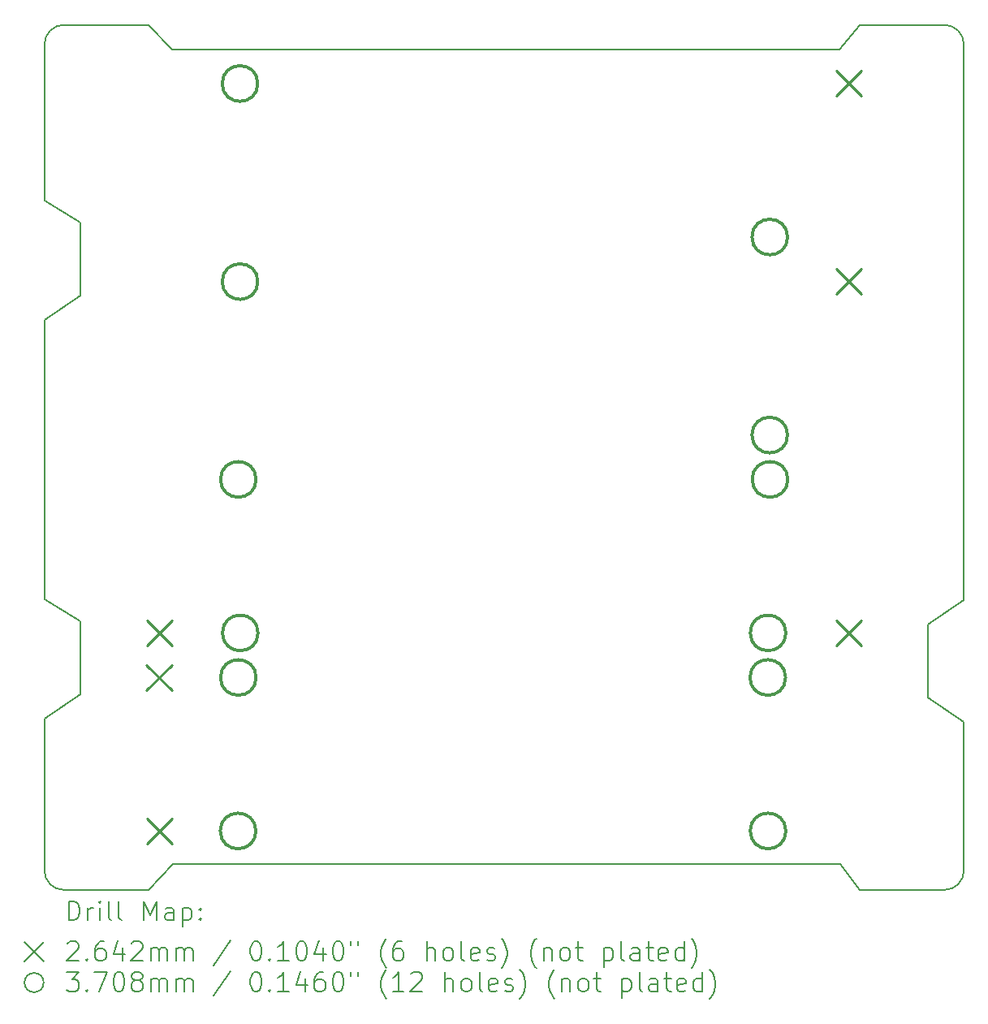
<source format=gbr>
%TF.GenerationSoftware,KiCad,Pcbnew,8.0.8*%
%TF.CreationDate,2025-03-15T16:49:19-07:00*%
%TF.ProjectId,batteryboard,62617474-6572-4796-926f-6172642e6b69,v2C*%
%TF.SameCoordinates,Original*%
%TF.FileFunction,Drillmap*%
%TF.FilePolarity,Positive*%
%FSLAX45Y45*%
G04 Gerber Fmt 4.5, Leading zero omitted, Abs format (unit mm)*
G04 Created by KiCad (PCBNEW 8.0.8) date 2025-03-15 16:49:19*
%MOMM*%
%LPD*%
G01*
G04 APERTURE LIST*
%ADD10C,0.150000*%
%ADD11C,0.200000*%
%ADD12C,0.264160*%
%ADD13C,0.370840*%
G04 APERTURE END LIST*
D10*
X5520030Y-14397990D02*
G75*
G02*
X5320030Y-14197990I0J200000D01*
G01*
X14908530Y-14197990D02*
G75*
G02*
X14708530Y-14397990I-200000J0D01*
G01*
X14708530Y-5380990D02*
G75*
G02*
X14908530Y-5580990I0J-200000D01*
G01*
X5320030Y-5580990D02*
G75*
G02*
X5520030Y-5380990I200000J0D01*
G01*
X5520030Y-14397990D02*
X6403950Y-14397990D01*
X14909800Y-11379200D02*
X14908530Y-5580990D01*
X13616570Y-14131870D02*
X6656970Y-14131870D01*
X6403950Y-14397990D02*
X6656970Y-14131870D01*
X14708530Y-14397990D02*
X13824610Y-14397990D01*
X6654800Y-5638800D02*
X6409690Y-5380990D01*
X13614400Y-5638800D02*
X6654800Y-5638800D01*
X13614400Y-5638800D02*
X13818870Y-5380990D01*
X14708530Y-5380990D02*
X13818870Y-5380990D01*
X6409690Y-5380990D02*
X5520030Y-5380990D01*
X5320030Y-7213600D02*
X5320030Y-5580990D01*
X14908530Y-14197990D02*
X14909800Y-12649200D01*
X14530970Y-12395200D02*
X14909800Y-12649200D01*
X5691210Y-11596890D02*
X5319470Y-11368290D01*
X14530970Y-11633200D02*
X14530970Y-12395200D01*
X5320030Y-8458200D02*
X5691770Y-8204200D01*
X5691210Y-12358890D02*
X5691210Y-11596890D01*
X13824610Y-14397990D02*
X13616570Y-14131870D01*
X5320030Y-14197990D02*
X5319470Y-12612890D01*
X5691770Y-7442200D02*
X5320030Y-7213600D01*
X5691770Y-8204200D02*
X5691770Y-7442200D01*
X14909800Y-11379200D02*
X14530970Y-11633200D01*
X5319470Y-12612890D02*
X5691210Y-12358890D01*
X5319470Y-11368290D02*
X5320030Y-8458200D01*
D11*
D12*
X6384290Y-12052300D02*
X6648450Y-12316460D01*
X6648450Y-12052300D02*
X6384290Y-12316460D01*
X6386830Y-11587480D02*
X6650990Y-11851640D01*
X6650990Y-11587480D02*
X6386830Y-11851640D01*
X6386830Y-13652500D02*
X6650990Y-13916660D01*
X6650990Y-13652500D02*
X6386830Y-13916660D01*
X13575030Y-5859780D02*
X13839190Y-6123940D01*
X13839190Y-5859780D02*
X13575030Y-6123940D01*
X13575030Y-7924800D02*
X13839190Y-8188960D01*
X13839190Y-7924800D02*
X13575030Y-8188960D01*
X13577570Y-11587480D02*
X13841730Y-11851640D01*
X13841730Y-11587480D02*
X13577570Y-11851640D01*
D13*
X7524750Y-13784580D02*
G75*
G02*
X7153910Y-13784580I-185420J0D01*
G01*
X7153910Y-13784580D02*
G75*
G02*
X7524750Y-13784580I185420J0D01*
G01*
X7527290Y-10119360D02*
G75*
G02*
X7156450Y-10119360I-185420J0D01*
G01*
X7156450Y-10119360D02*
G75*
G02*
X7527290Y-10119360I185420J0D01*
G01*
X7527290Y-12184380D02*
G75*
G02*
X7156450Y-12184380I-185420J0D01*
G01*
X7156450Y-12184380D02*
G75*
G02*
X7527290Y-12184380I185420J0D01*
G01*
X7545070Y-5991860D02*
G75*
G02*
X7174230Y-5991860I-185420J0D01*
G01*
X7174230Y-5991860D02*
G75*
G02*
X7545070Y-5991860I185420J0D01*
G01*
X7545070Y-8056880D02*
G75*
G02*
X7174230Y-8056880I-185420J0D01*
G01*
X7174230Y-8056880D02*
G75*
G02*
X7545070Y-8056880I185420J0D01*
G01*
X7547610Y-11719560D02*
G75*
G02*
X7176770Y-11719560I-185420J0D01*
G01*
X7176770Y-11719560D02*
G75*
G02*
X7547610Y-11719560I185420J0D01*
G01*
X13049250Y-12184380D02*
G75*
G02*
X12678410Y-12184380I-185420J0D01*
G01*
X12678410Y-12184380D02*
G75*
G02*
X13049250Y-12184380I185420J0D01*
G01*
X13051790Y-11719560D02*
G75*
G02*
X12680950Y-11719560I-185420J0D01*
G01*
X12680950Y-11719560D02*
G75*
G02*
X13051790Y-11719560I185420J0D01*
G01*
X13051790Y-13784580D02*
G75*
G02*
X12680950Y-13784580I-185420J0D01*
G01*
X12680950Y-13784580D02*
G75*
G02*
X13051790Y-13784580I185420J0D01*
G01*
X13069570Y-7592060D02*
G75*
G02*
X12698730Y-7592060I-185420J0D01*
G01*
X12698730Y-7592060D02*
G75*
G02*
X13069570Y-7592060I185420J0D01*
G01*
X13069570Y-9657080D02*
G75*
G02*
X12698730Y-9657080I-185420J0D01*
G01*
X12698730Y-9657080D02*
G75*
G02*
X13069570Y-9657080I185420J0D01*
G01*
X13072110Y-10119360D02*
G75*
G02*
X12701270Y-10119360I-185420J0D01*
G01*
X12701270Y-10119360D02*
G75*
G02*
X13072110Y-10119360I185420J0D01*
G01*
D11*
X5572747Y-14716974D02*
X5572747Y-14516974D01*
X5572747Y-14516974D02*
X5620366Y-14516974D01*
X5620366Y-14516974D02*
X5648937Y-14526498D01*
X5648937Y-14526498D02*
X5667985Y-14545545D01*
X5667985Y-14545545D02*
X5677509Y-14564593D01*
X5677509Y-14564593D02*
X5687032Y-14602688D01*
X5687032Y-14602688D02*
X5687032Y-14631259D01*
X5687032Y-14631259D02*
X5677509Y-14669355D01*
X5677509Y-14669355D02*
X5667985Y-14688402D01*
X5667985Y-14688402D02*
X5648937Y-14707450D01*
X5648937Y-14707450D02*
X5620366Y-14716974D01*
X5620366Y-14716974D02*
X5572747Y-14716974D01*
X5772747Y-14716974D02*
X5772747Y-14583640D01*
X5772747Y-14621736D02*
X5782271Y-14602688D01*
X5782271Y-14602688D02*
X5791794Y-14593164D01*
X5791794Y-14593164D02*
X5810842Y-14583640D01*
X5810842Y-14583640D02*
X5829890Y-14583640D01*
X5896556Y-14716974D02*
X5896556Y-14583640D01*
X5896556Y-14516974D02*
X5887032Y-14526498D01*
X5887032Y-14526498D02*
X5896556Y-14536021D01*
X5896556Y-14536021D02*
X5906080Y-14526498D01*
X5906080Y-14526498D02*
X5896556Y-14516974D01*
X5896556Y-14516974D02*
X5896556Y-14536021D01*
X6020366Y-14716974D02*
X6001318Y-14707450D01*
X6001318Y-14707450D02*
X5991794Y-14688402D01*
X5991794Y-14688402D02*
X5991794Y-14516974D01*
X6125128Y-14716974D02*
X6106080Y-14707450D01*
X6106080Y-14707450D02*
X6096556Y-14688402D01*
X6096556Y-14688402D02*
X6096556Y-14516974D01*
X6353699Y-14716974D02*
X6353699Y-14516974D01*
X6353699Y-14516974D02*
X6420366Y-14659831D01*
X6420366Y-14659831D02*
X6487032Y-14516974D01*
X6487032Y-14516974D02*
X6487032Y-14716974D01*
X6667985Y-14716974D02*
X6667985Y-14612212D01*
X6667985Y-14612212D02*
X6658461Y-14593164D01*
X6658461Y-14593164D02*
X6639413Y-14583640D01*
X6639413Y-14583640D02*
X6601318Y-14583640D01*
X6601318Y-14583640D02*
X6582271Y-14593164D01*
X6667985Y-14707450D02*
X6648937Y-14716974D01*
X6648937Y-14716974D02*
X6601318Y-14716974D01*
X6601318Y-14716974D02*
X6582271Y-14707450D01*
X6582271Y-14707450D02*
X6572747Y-14688402D01*
X6572747Y-14688402D02*
X6572747Y-14669355D01*
X6572747Y-14669355D02*
X6582271Y-14650307D01*
X6582271Y-14650307D02*
X6601318Y-14640783D01*
X6601318Y-14640783D02*
X6648937Y-14640783D01*
X6648937Y-14640783D02*
X6667985Y-14631259D01*
X6763223Y-14583640D02*
X6763223Y-14783640D01*
X6763223Y-14593164D02*
X6782271Y-14583640D01*
X6782271Y-14583640D02*
X6820366Y-14583640D01*
X6820366Y-14583640D02*
X6839413Y-14593164D01*
X6839413Y-14593164D02*
X6848937Y-14602688D01*
X6848937Y-14602688D02*
X6858461Y-14621736D01*
X6858461Y-14621736D02*
X6858461Y-14678878D01*
X6858461Y-14678878D02*
X6848937Y-14697926D01*
X6848937Y-14697926D02*
X6839413Y-14707450D01*
X6839413Y-14707450D02*
X6820366Y-14716974D01*
X6820366Y-14716974D02*
X6782271Y-14716974D01*
X6782271Y-14716974D02*
X6763223Y-14707450D01*
X6944175Y-14697926D02*
X6953699Y-14707450D01*
X6953699Y-14707450D02*
X6944175Y-14716974D01*
X6944175Y-14716974D02*
X6934652Y-14707450D01*
X6934652Y-14707450D02*
X6944175Y-14697926D01*
X6944175Y-14697926D02*
X6944175Y-14716974D01*
X6944175Y-14593164D02*
X6953699Y-14602688D01*
X6953699Y-14602688D02*
X6944175Y-14612212D01*
X6944175Y-14612212D02*
X6934652Y-14602688D01*
X6934652Y-14602688D02*
X6944175Y-14593164D01*
X6944175Y-14593164D02*
X6944175Y-14612212D01*
X5111970Y-14945490D02*
X5311970Y-15145490D01*
X5311970Y-14945490D02*
X5111970Y-15145490D01*
X5563223Y-14956021D02*
X5572747Y-14946498D01*
X5572747Y-14946498D02*
X5591794Y-14936974D01*
X5591794Y-14936974D02*
X5639413Y-14936974D01*
X5639413Y-14936974D02*
X5658461Y-14946498D01*
X5658461Y-14946498D02*
X5667985Y-14956021D01*
X5667985Y-14956021D02*
X5677509Y-14975069D01*
X5677509Y-14975069D02*
X5677509Y-14994117D01*
X5677509Y-14994117D02*
X5667985Y-15022688D01*
X5667985Y-15022688D02*
X5553699Y-15136974D01*
X5553699Y-15136974D02*
X5677509Y-15136974D01*
X5763223Y-15117926D02*
X5772747Y-15127450D01*
X5772747Y-15127450D02*
X5763223Y-15136974D01*
X5763223Y-15136974D02*
X5753699Y-15127450D01*
X5753699Y-15127450D02*
X5763223Y-15117926D01*
X5763223Y-15117926D02*
X5763223Y-15136974D01*
X5944175Y-14936974D02*
X5906080Y-14936974D01*
X5906080Y-14936974D02*
X5887032Y-14946498D01*
X5887032Y-14946498D02*
X5877509Y-14956021D01*
X5877509Y-14956021D02*
X5858461Y-14984593D01*
X5858461Y-14984593D02*
X5848937Y-15022688D01*
X5848937Y-15022688D02*
X5848937Y-15098878D01*
X5848937Y-15098878D02*
X5858461Y-15117926D01*
X5858461Y-15117926D02*
X5867985Y-15127450D01*
X5867985Y-15127450D02*
X5887032Y-15136974D01*
X5887032Y-15136974D02*
X5925128Y-15136974D01*
X5925128Y-15136974D02*
X5944175Y-15127450D01*
X5944175Y-15127450D02*
X5953699Y-15117926D01*
X5953699Y-15117926D02*
X5963223Y-15098878D01*
X5963223Y-15098878D02*
X5963223Y-15051259D01*
X5963223Y-15051259D02*
X5953699Y-15032212D01*
X5953699Y-15032212D02*
X5944175Y-15022688D01*
X5944175Y-15022688D02*
X5925128Y-15013164D01*
X5925128Y-15013164D02*
X5887032Y-15013164D01*
X5887032Y-15013164D02*
X5867985Y-15022688D01*
X5867985Y-15022688D02*
X5858461Y-15032212D01*
X5858461Y-15032212D02*
X5848937Y-15051259D01*
X6134652Y-15003640D02*
X6134652Y-15136974D01*
X6087032Y-14927450D02*
X6039413Y-15070307D01*
X6039413Y-15070307D02*
X6163223Y-15070307D01*
X6229890Y-14956021D02*
X6239413Y-14946498D01*
X6239413Y-14946498D02*
X6258461Y-14936974D01*
X6258461Y-14936974D02*
X6306080Y-14936974D01*
X6306080Y-14936974D02*
X6325128Y-14946498D01*
X6325128Y-14946498D02*
X6334652Y-14956021D01*
X6334652Y-14956021D02*
X6344175Y-14975069D01*
X6344175Y-14975069D02*
X6344175Y-14994117D01*
X6344175Y-14994117D02*
X6334652Y-15022688D01*
X6334652Y-15022688D02*
X6220366Y-15136974D01*
X6220366Y-15136974D02*
X6344175Y-15136974D01*
X6429890Y-15136974D02*
X6429890Y-15003640D01*
X6429890Y-15022688D02*
X6439413Y-15013164D01*
X6439413Y-15013164D02*
X6458461Y-15003640D01*
X6458461Y-15003640D02*
X6487033Y-15003640D01*
X6487033Y-15003640D02*
X6506080Y-15013164D01*
X6506080Y-15013164D02*
X6515604Y-15032212D01*
X6515604Y-15032212D02*
X6515604Y-15136974D01*
X6515604Y-15032212D02*
X6525128Y-15013164D01*
X6525128Y-15013164D02*
X6544175Y-15003640D01*
X6544175Y-15003640D02*
X6572747Y-15003640D01*
X6572747Y-15003640D02*
X6591794Y-15013164D01*
X6591794Y-15013164D02*
X6601318Y-15032212D01*
X6601318Y-15032212D02*
X6601318Y-15136974D01*
X6696556Y-15136974D02*
X6696556Y-15003640D01*
X6696556Y-15022688D02*
X6706080Y-15013164D01*
X6706080Y-15013164D02*
X6725128Y-15003640D01*
X6725128Y-15003640D02*
X6753699Y-15003640D01*
X6753699Y-15003640D02*
X6772747Y-15013164D01*
X6772747Y-15013164D02*
X6782271Y-15032212D01*
X6782271Y-15032212D02*
X6782271Y-15136974D01*
X6782271Y-15032212D02*
X6791794Y-15013164D01*
X6791794Y-15013164D02*
X6810842Y-15003640D01*
X6810842Y-15003640D02*
X6839413Y-15003640D01*
X6839413Y-15003640D02*
X6858461Y-15013164D01*
X6858461Y-15013164D02*
X6867985Y-15032212D01*
X6867985Y-15032212D02*
X6867985Y-15136974D01*
X7258461Y-14927450D02*
X7087033Y-15184593D01*
X7515604Y-14936974D02*
X7534652Y-14936974D01*
X7534652Y-14936974D02*
X7553699Y-14946498D01*
X7553699Y-14946498D02*
X7563223Y-14956021D01*
X7563223Y-14956021D02*
X7572747Y-14975069D01*
X7572747Y-14975069D02*
X7582271Y-15013164D01*
X7582271Y-15013164D02*
X7582271Y-15060783D01*
X7582271Y-15060783D02*
X7572747Y-15098878D01*
X7572747Y-15098878D02*
X7563223Y-15117926D01*
X7563223Y-15117926D02*
X7553699Y-15127450D01*
X7553699Y-15127450D02*
X7534652Y-15136974D01*
X7534652Y-15136974D02*
X7515604Y-15136974D01*
X7515604Y-15136974D02*
X7496556Y-15127450D01*
X7496556Y-15127450D02*
X7487033Y-15117926D01*
X7487033Y-15117926D02*
X7477509Y-15098878D01*
X7477509Y-15098878D02*
X7467985Y-15060783D01*
X7467985Y-15060783D02*
X7467985Y-15013164D01*
X7467985Y-15013164D02*
X7477509Y-14975069D01*
X7477509Y-14975069D02*
X7487033Y-14956021D01*
X7487033Y-14956021D02*
X7496556Y-14946498D01*
X7496556Y-14946498D02*
X7515604Y-14936974D01*
X7667985Y-15117926D02*
X7677509Y-15127450D01*
X7677509Y-15127450D02*
X7667985Y-15136974D01*
X7667985Y-15136974D02*
X7658461Y-15127450D01*
X7658461Y-15127450D02*
X7667985Y-15117926D01*
X7667985Y-15117926D02*
X7667985Y-15136974D01*
X7867985Y-15136974D02*
X7753699Y-15136974D01*
X7810842Y-15136974D02*
X7810842Y-14936974D01*
X7810842Y-14936974D02*
X7791795Y-14965545D01*
X7791795Y-14965545D02*
X7772747Y-14984593D01*
X7772747Y-14984593D02*
X7753699Y-14994117D01*
X7991795Y-14936974D02*
X8010842Y-14936974D01*
X8010842Y-14936974D02*
X8029890Y-14946498D01*
X8029890Y-14946498D02*
X8039414Y-14956021D01*
X8039414Y-14956021D02*
X8048937Y-14975069D01*
X8048937Y-14975069D02*
X8058461Y-15013164D01*
X8058461Y-15013164D02*
X8058461Y-15060783D01*
X8058461Y-15060783D02*
X8048937Y-15098878D01*
X8048937Y-15098878D02*
X8039414Y-15117926D01*
X8039414Y-15117926D02*
X8029890Y-15127450D01*
X8029890Y-15127450D02*
X8010842Y-15136974D01*
X8010842Y-15136974D02*
X7991795Y-15136974D01*
X7991795Y-15136974D02*
X7972747Y-15127450D01*
X7972747Y-15127450D02*
X7963223Y-15117926D01*
X7963223Y-15117926D02*
X7953699Y-15098878D01*
X7953699Y-15098878D02*
X7944176Y-15060783D01*
X7944176Y-15060783D02*
X7944176Y-15013164D01*
X7944176Y-15013164D02*
X7953699Y-14975069D01*
X7953699Y-14975069D02*
X7963223Y-14956021D01*
X7963223Y-14956021D02*
X7972747Y-14946498D01*
X7972747Y-14946498D02*
X7991795Y-14936974D01*
X8229890Y-15003640D02*
X8229890Y-15136974D01*
X8182271Y-14927450D02*
X8134652Y-15070307D01*
X8134652Y-15070307D02*
X8258461Y-15070307D01*
X8372747Y-14936974D02*
X8391795Y-14936974D01*
X8391795Y-14936974D02*
X8410842Y-14946498D01*
X8410842Y-14946498D02*
X8420366Y-14956021D01*
X8420366Y-14956021D02*
X8429890Y-14975069D01*
X8429890Y-14975069D02*
X8439414Y-15013164D01*
X8439414Y-15013164D02*
X8439414Y-15060783D01*
X8439414Y-15060783D02*
X8429890Y-15098878D01*
X8429890Y-15098878D02*
X8420366Y-15117926D01*
X8420366Y-15117926D02*
X8410842Y-15127450D01*
X8410842Y-15127450D02*
X8391795Y-15136974D01*
X8391795Y-15136974D02*
X8372747Y-15136974D01*
X8372747Y-15136974D02*
X8353699Y-15127450D01*
X8353699Y-15127450D02*
X8344176Y-15117926D01*
X8344176Y-15117926D02*
X8334652Y-15098878D01*
X8334652Y-15098878D02*
X8325128Y-15060783D01*
X8325128Y-15060783D02*
X8325128Y-15013164D01*
X8325128Y-15013164D02*
X8334652Y-14975069D01*
X8334652Y-14975069D02*
X8344176Y-14956021D01*
X8344176Y-14956021D02*
X8353699Y-14946498D01*
X8353699Y-14946498D02*
X8372747Y-14936974D01*
X8515604Y-14936974D02*
X8515604Y-14975069D01*
X8591795Y-14936974D02*
X8591795Y-14975069D01*
X8887033Y-15213164D02*
X8877509Y-15203640D01*
X8877509Y-15203640D02*
X8858461Y-15175069D01*
X8858461Y-15175069D02*
X8848938Y-15156021D01*
X8848938Y-15156021D02*
X8839414Y-15127450D01*
X8839414Y-15127450D02*
X8829890Y-15079831D01*
X8829890Y-15079831D02*
X8829890Y-15041736D01*
X8829890Y-15041736D02*
X8839414Y-14994117D01*
X8839414Y-14994117D02*
X8848938Y-14965545D01*
X8848938Y-14965545D02*
X8858461Y-14946498D01*
X8858461Y-14946498D02*
X8877509Y-14917926D01*
X8877509Y-14917926D02*
X8887033Y-14908402D01*
X9048938Y-14936974D02*
X9010842Y-14936974D01*
X9010842Y-14936974D02*
X8991795Y-14946498D01*
X8991795Y-14946498D02*
X8982271Y-14956021D01*
X8982271Y-14956021D02*
X8963223Y-14984593D01*
X8963223Y-14984593D02*
X8953700Y-15022688D01*
X8953700Y-15022688D02*
X8953700Y-15098878D01*
X8953700Y-15098878D02*
X8963223Y-15117926D01*
X8963223Y-15117926D02*
X8972747Y-15127450D01*
X8972747Y-15127450D02*
X8991795Y-15136974D01*
X8991795Y-15136974D02*
X9029890Y-15136974D01*
X9029890Y-15136974D02*
X9048938Y-15127450D01*
X9048938Y-15127450D02*
X9058461Y-15117926D01*
X9058461Y-15117926D02*
X9067985Y-15098878D01*
X9067985Y-15098878D02*
X9067985Y-15051259D01*
X9067985Y-15051259D02*
X9058461Y-15032212D01*
X9058461Y-15032212D02*
X9048938Y-15022688D01*
X9048938Y-15022688D02*
X9029890Y-15013164D01*
X9029890Y-15013164D02*
X8991795Y-15013164D01*
X8991795Y-15013164D02*
X8972747Y-15022688D01*
X8972747Y-15022688D02*
X8963223Y-15032212D01*
X8963223Y-15032212D02*
X8953700Y-15051259D01*
X9306081Y-15136974D02*
X9306081Y-14936974D01*
X9391795Y-15136974D02*
X9391795Y-15032212D01*
X9391795Y-15032212D02*
X9382271Y-15013164D01*
X9382271Y-15013164D02*
X9363223Y-15003640D01*
X9363223Y-15003640D02*
X9334652Y-15003640D01*
X9334652Y-15003640D02*
X9315604Y-15013164D01*
X9315604Y-15013164D02*
X9306081Y-15022688D01*
X9515604Y-15136974D02*
X9496557Y-15127450D01*
X9496557Y-15127450D02*
X9487033Y-15117926D01*
X9487033Y-15117926D02*
X9477509Y-15098878D01*
X9477509Y-15098878D02*
X9477509Y-15041736D01*
X9477509Y-15041736D02*
X9487033Y-15022688D01*
X9487033Y-15022688D02*
X9496557Y-15013164D01*
X9496557Y-15013164D02*
X9515604Y-15003640D01*
X9515604Y-15003640D02*
X9544176Y-15003640D01*
X9544176Y-15003640D02*
X9563223Y-15013164D01*
X9563223Y-15013164D02*
X9572747Y-15022688D01*
X9572747Y-15022688D02*
X9582271Y-15041736D01*
X9582271Y-15041736D02*
X9582271Y-15098878D01*
X9582271Y-15098878D02*
X9572747Y-15117926D01*
X9572747Y-15117926D02*
X9563223Y-15127450D01*
X9563223Y-15127450D02*
X9544176Y-15136974D01*
X9544176Y-15136974D02*
X9515604Y-15136974D01*
X9696557Y-15136974D02*
X9677509Y-15127450D01*
X9677509Y-15127450D02*
X9667985Y-15108402D01*
X9667985Y-15108402D02*
X9667985Y-14936974D01*
X9848938Y-15127450D02*
X9829890Y-15136974D01*
X9829890Y-15136974D02*
X9791795Y-15136974D01*
X9791795Y-15136974D02*
X9772747Y-15127450D01*
X9772747Y-15127450D02*
X9763223Y-15108402D01*
X9763223Y-15108402D02*
X9763223Y-15032212D01*
X9763223Y-15032212D02*
X9772747Y-15013164D01*
X9772747Y-15013164D02*
X9791795Y-15003640D01*
X9791795Y-15003640D02*
X9829890Y-15003640D01*
X9829890Y-15003640D02*
X9848938Y-15013164D01*
X9848938Y-15013164D02*
X9858462Y-15032212D01*
X9858462Y-15032212D02*
X9858462Y-15051259D01*
X9858462Y-15051259D02*
X9763223Y-15070307D01*
X9934652Y-15127450D02*
X9953700Y-15136974D01*
X9953700Y-15136974D02*
X9991795Y-15136974D01*
X9991795Y-15136974D02*
X10010843Y-15127450D01*
X10010843Y-15127450D02*
X10020366Y-15108402D01*
X10020366Y-15108402D02*
X10020366Y-15098878D01*
X10020366Y-15098878D02*
X10010843Y-15079831D01*
X10010843Y-15079831D02*
X9991795Y-15070307D01*
X9991795Y-15070307D02*
X9963223Y-15070307D01*
X9963223Y-15070307D02*
X9944176Y-15060783D01*
X9944176Y-15060783D02*
X9934652Y-15041736D01*
X9934652Y-15041736D02*
X9934652Y-15032212D01*
X9934652Y-15032212D02*
X9944176Y-15013164D01*
X9944176Y-15013164D02*
X9963223Y-15003640D01*
X9963223Y-15003640D02*
X9991795Y-15003640D01*
X9991795Y-15003640D02*
X10010843Y-15013164D01*
X10087033Y-15213164D02*
X10096557Y-15203640D01*
X10096557Y-15203640D02*
X10115604Y-15175069D01*
X10115604Y-15175069D02*
X10125128Y-15156021D01*
X10125128Y-15156021D02*
X10134652Y-15127450D01*
X10134652Y-15127450D02*
X10144176Y-15079831D01*
X10144176Y-15079831D02*
X10144176Y-15041736D01*
X10144176Y-15041736D02*
X10134652Y-14994117D01*
X10134652Y-14994117D02*
X10125128Y-14965545D01*
X10125128Y-14965545D02*
X10115604Y-14946498D01*
X10115604Y-14946498D02*
X10096557Y-14917926D01*
X10096557Y-14917926D02*
X10087033Y-14908402D01*
X10448938Y-15213164D02*
X10439414Y-15203640D01*
X10439414Y-15203640D02*
X10420366Y-15175069D01*
X10420366Y-15175069D02*
X10410843Y-15156021D01*
X10410843Y-15156021D02*
X10401319Y-15127450D01*
X10401319Y-15127450D02*
X10391795Y-15079831D01*
X10391795Y-15079831D02*
X10391795Y-15041736D01*
X10391795Y-15041736D02*
X10401319Y-14994117D01*
X10401319Y-14994117D02*
X10410843Y-14965545D01*
X10410843Y-14965545D02*
X10420366Y-14946498D01*
X10420366Y-14946498D02*
X10439414Y-14917926D01*
X10439414Y-14917926D02*
X10448938Y-14908402D01*
X10525128Y-15003640D02*
X10525128Y-15136974D01*
X10525128Y-15022688D02*
X10534652Y-15013164D01*
X10534652Y-15013164D02*
X10553700Y-15003640D01*
X10553700Y-15003640D02*
X10582271Y-15003640D01*
X10582271Y-15003640D02*
X10601319Y-15013164D01*
X10601319Y-15013164D02*
X10610843Y-15032212D01*
X10610843Y-15032212D02*
X10610843Y-15136974D01*
X10734652Y-15136974D02*
X10715604Y-15127450D01*
X10715604Y-15127450D02*
X10706081Y-15117926D01*
X10706081Y-15117926D02*
X10696557Y-15098878D01*
X10696557Y-15098878D02*
X10696557Y-15041736D01*
X10696557Y-15041736D02*
X10706081Y-15022688D01*
X10706081Y-15022688D02*
X10715604Y-15013164D01*
X10715604Y-15013164D02*
X10734652Y-15003640D01*
X10734652Y-15003640D02*
X10763224Y-15003640D01*
X10763224Y-15003640D02*
X10782271Y-15013164D01*
X10782271Y-15013164D02*
X10791795Y-15022688D01*
X10791795Y-15022688D02*
X10801319Y-15041736D01*
X10801319Y-15041736D02*
X10801319Y-15098878D01*
X10801319Y-15098878D02*
X10791795Y-15117926D01*
X10791795Y-15117926D02*
X10782271Y-15127450D01*
X10782271Y-15127450D02*
X10763224Y-15136974D01*
X10763224Y-15136974D02*
X10734652Y-15136974D01*
X10858462Y-15003640D02*
X10934652Y-15003640D01*
X10887033Y-14936974D02*
X10887033Y-15108402D01*
X10887033Y-15108402D02*
X10896557Y-15127450D01*
X10896557Y-15127450D02*
X10915604Y-15136974D01*
X10915604Y-15136974D02*
X10934652Y-15136974D01*
X11153700Y-15003640D02*
X11153700Y-15203640D01*
X11153700Y-15013164D02*
X11172747Y-15003640D01*
X11172747Y-15003640D02*
X11210843Y-15003640D01*
X11210843Y-15003640D02*
X11229890Y-15013164D01*
X11229890Y-15013164D02*
X11239414Y-15022688D01*
X11239414Y-15022688D02*
X11248938Y-15041736D01*
X11248938Y-15041736D02*
X11248938Y-15098878D01*
X11248938Y-15098878D02*
X11239414Y-15117926D01*
X11239414Y-15117926D02*
X11229890Y-15127450D01*
X11229890Y-15127450D02*
X11210843Y-15136974D01*
X11210843Y-15136974D02*
X11172747Y-15136974D01*
X11172747Y-15136974D02*
X11153700Y-15127450D01*
X11363223Y-15136974D02*
X11344176Y-15127450D01*
X11344176Y-15127450D02*
X11334652Y-15108402D01*
X11334652Y-15108402D02*
X11334652Y-14936974D01*
X11525128Y-15136974D02*
X11525128Y-15032212D01*
X11525128Y-15032212D02*
X11515604Y-15013164D01*
X11515604Y-15013164D02*
X11496557Y-15003640D01*
X11496557Y-15003640D02*
X11458462Y-15003640D01*
X11458462Y-15003640D02*
X11439414Y-15013164D01*
X11525128Y-15127450D02*
X11506081Y-15136974D01*
X11506081Y-15136974D02*
X11458462Y-15136974D01*
X11458462Y-15136974D02*
X11439414Y-15127450D01*
X11439414Y-15127450D02*
X11429890Y-15108402D01*
X11429890Y-15108402D02*
X11429890Y-15089355D01*
X11429890Y-15089355D02*
X11439414Y-15070307D01*
X11439414Y-15070307D02*
X11458462Y-15060783D01*
X11458462Y-15060783D02*
X11506081Y-15060783D01*
X11506081Y-15060783D02*
X11525128Y-15051259D01*
X11591795Y-15003640D02*
X11667985Y-15003640D01*
X11620366Y-14936974D02*
X11620366Y-15108402D01*
X11620366Y-15108402D02*
X11629890Y-15127450D01*
X11629890Y-15127450D02*
X11648938Y-15136974D01*
X11648938Y-15136974D02*
X11667985Y-15136974D01*
X11810843Y-15127450D02*
X11791795Y-15136974D01*
X11791795Y-15136974D02*
X11753700Y-15136974D01*
X11753700Y-15136974D02*
X11734652Y-15127450D01*
X11734652Y-15127450D02*
X11725128Y-15108402D01*
X11725128Y-15108402D02*
X11725128Y-15032212D01*
X11725128Y-15032212D02*
X11734652Y-15013164D01*
X11734652Y-15013164D02*
X11753700Y-15003640D01*
X11753700Y-15003640D02*
X11791795Y-15003640D01*
X11791795Y-15003640D02*
X11810843Y-15013164D01*
X11810843Y-15013164D02*
X11820366Y-15032212D01*
X11820366Y-15032212D02*
X11820366Y-15051259D01*
X11820366Y-15051259D02*
X11725128Y-15070307D01*
X11991795Y-15136974D02*
X11991795Y-14936974D01*
X11991795Y-15127450D02*
X11972747Y-15136974D01*
X11972747Y-15136974D02*
X11934652Y-15136974D01*
X11934652Y-15136974D02*
X11915604Y-15127450D01*
X11915604Y-15127450D02*
X11906081Y-15117926D01*
X11906081Y-15117926D02*
X11896557Y-15098878D01*
X11896557Y-15098878D02*
X11896557Y-15041736D01*
X11896557Y-15041736D02*
X11906081Y-15022688D01*
X11906081Y-15022688D02*
X11915604Y-15013164D01*
X11915604Y-15013164D02*
X11934652Y-15003640D01*
X11934652Y-15003640D02*
X11972747Y-15003640D01*
X11972747Y-15003640D02*
X11991795Y-15013164D01*
X12067985Y-15213164D02*
X12077509Y-15203640D01*
X12077509Y-15203640D02*
X12096557Y-15175069D01*
X12096557Y-15175069D02*
X12106081Y-15156021D01*
X12106081Y-15156021D02*
X12115604Y-15127450D01*
X12115604Y-15127450D02*
X12125128Y-15079831D01*
X12125128Y-15079831D02*
X12125128Y-15041736D01*
X12125128Y-15041736D02*
X12115604Y-14994117D01*
X12115604Y-14994117D02*
X12106081Y-14965545D01*
X12106081Y-14965545D02*
X12096557Y-14946498D01*
X12096557Y-14946498D02*
X12077509Y-14917926D01*
X12077509Y-14917926D02*
X12067985Y-14908402D01*
X5311970Y-15365490D02*
G75*
G02*
X5111970Y-15365490I-100000J0D01*
G01*
X5111970Y-15365490D02*
G75*
G02*
X5311970Y-15365490I100000J0D01*
G01*
X5553699Y-15256974D02*
X5677509Y-15256974D01*
X5677509Y-15256974D02*
X5610842Y-15333164D01*
X5610842Y-15333164D02*
X5639413Y-15333164D01*
X5639413Y-15333164D02*
X5658461Y-15342688D01*
X5658461Y-15342688D02*
X5667985Y-15352212D01*
X5667985Y-15352212D02*
X5677509Y-15371259D01*
X5677509Y-15371259D02*
X5677509Y-15418878D01*
X5677509Y-15418878D02*
X5667985Y-15437926D01*
X5667985Y-15437926D02*
X5658461Y-15447450D01*
X5658461Y-15447450D02*
X5639413Y-15456974D01*
X5639413Y-15456974D02*
X5582271Y-15456974D01*
X5582271Y-15456974D02*
X5563223Y-15447450D01*
X5563223Y-15447450D02*
X5553699Y-15437926D01*
X5763223Y-15437926D02*
X5772747Y-15447450D01*
X5772747Y-15447450D02*
X5763223Y-15456974D01*
X5763223Y-15456974D02*
X5753699Y-15447450D01*
X5753699Y-15447450D02*
X5763223Y-15437926D01*
X5763223Y-15437926D02*
X5763223Y-15456974D01*
X5839413Y-15256974D02*
X5972747Y-15256974D01*
X5972747Y-15256974D02*
X5887032Y-15456974D01*
X6087032Y-15256974D02*
X6106080Y-15256974D01*
X6106080Y-15256974D02*
X6125128Y-15266498D01*
X6125128Y-15266498D02*
X6134652Y-15276021D01*
X6134652Y-15276021D02*
X6144175Y-15295069D01*
X6144175Y-15295069D02*
X6153699Y-15333164D01*
X6153699Y-15333164D02*
X6153699Y-15380783D01*
X6153699Y-15380783D02*
X6144175Y-15418878D01*
X6144175Y-15418878D02*
X6134652Y-15437926D01*
X6134652Y-15437926D02*
X6125128Y-15447450D01*
X6125128Y-15447450D02*
X6106080Y-15456974D01*
X6106080Y-15456974D02*
X6087032Y-15456974D01*
X6087032Y-15456974D02*
X6067985Y-15447450D01*
X6067985Y-15447450D02*
X6058461Y-15437926D01*
X6058461Y-15437926D02*
X6048937Y-15418878D01*
X6048937Y-15418878D02*
X6039413Y-15380783D01*
X6039413Y-15380783D02*
X6039413Y-15333164D01*
X6039413Y-15333164D02*
X6048937Y-15295069D01*
X6048937Y-15295069D02*
X6058461Y-15276021D01*
X6058461Y-15276021D02*
X6067985Y-15266498D01*
X6067985Y-15266498D02*
X6087032Y-15256974D01*
X6267985Y-15342688D02*
X6248937Y-15333164D01*
X6248937Y-15333164D02*
X6239413Y-15323640D01*
X6239413Y-15323640D02*
X6229890Y-15304593D01*
X6229890Y-15304593D02*
X6229890Y-15295069D01*
X6229890Y-15295069D02*
X6239413Y-15276021D01*
X6239413Y-15276021D02*
X6248937Y-15266498D01*
X6248937Y-15266498D02*
X6267985Y-15256974D01*
X6267985Y-15256974D02*
X6306080Y-15256974D01*
X6306080Y-15256974D02*
X6325128Y-15266498D01*
X6325128Y-15266498D02*
X6334652Y-15276021D01*
X6334652Y-15276021D02*
X6344175Y-15295069D01*
X6344175Y-15295069D02*
X6344175Y-15304593D01*
X6344175Y-15304593D02*
X6334652Y-15323640D01*
X6334652Y-15323640D02*
X6325128Y-15333164D01*
X6325128Y-15333164D02*
X6306080Y-15342688D01*
X6306080Y-15342688D02*
X6267985Y-15342688D01*
X6267985Y-15342688D02*
X6248937Y-15352212D01*
X6248937Y-15352212D02*
X6239413Y-15361736D01*
X6239413Y-15361736D02*
X6229890Y-15380783D01*
X6229890Y-15380783D02*
X6229890Y-15418878D01*
X6229890Y-15418878D02*
X6239413Y-15437926D01*
X6239413Y-15437926D02*
X6248937Y-15447450D01*
X6248937Y-15447450D02*
X6267985Y-15456974D01*
X6267985Y-15456974D02*
X6306080Y-15456974D01*
X6306080Y-15456974D02*
X6325128Y-15447450D01*
X6325128Y-15447450D02*
X6334652Y-15437926D01*
X6334652Y-15437926D02*
X6344175Y-15418878D01*
X6344175Y-15418878D02*
X6344175Y-15380783D01*
X6344175Y-15380783D02*
X6334652Y-15361736D01*
X6334652Y-15361736D02*
X6325128Y-15352212D01*
X6325128Y-15352212D02*
X6306080Y-15342688D01*
X6429890Y-15456974D02*
X6429890Y-15323640D01*
X6429890Y-15342688D02*
X6439413Y-15333164D01*
X6439413Y-15333164D02*
X6458461Y-15323640D01*
X6458461Y-15323640D02*
X6487033Y-15323640D01*
X6487033Y-15323640D02*
X6506080Y-15333164D01*
X6506080Y-15333164D02*
X6515604Y-15352212D01*
X6515604Y-15352212D02*
X6515604Y-15456974D01*
X6515604Y-15352212D02*
X6525128Y-15333164D01*
X6525128Y-15333164D02*
X6544175Y-15323640D01*
X6544175Y-15323640D02*
X6572747Y-15323640D01*
X6572747Y-15323640D02*
X6591794Y-15333164D01*
X6591794Y-15333164D02*
X6601318Y-15352212D01*
X6601318Y-15352212D02*
X6601318Y-15456974D01*
X6696556Y-15456974D02*
X6696556Y-15323640D01*
X6696556Y-15342688D02*
X6706080Y-15333164D01*
X6706080Y-15333164D02*
X6725128Y-15323640D01*
X6725128Y-15323640D02*
X6753699Y-15323640D01*
X6753699Y-15323640D02*
X6772747Y-15333164D01*
X6772747Y-15333164D02*
X6782271Y-15352212D01*
X6782271Y-15352212D02*
X6782271Y-15456974D01*
X6782271Y-15352212D02*
X6791794Y-15333164D01*
X6791794Y-15333164D02*
X6810842Y-15323640D01*
X6810842Y-15323640D02*
X6839413Y-15323640D01*
X6839413Y-15323640D02*
X6858461Y-15333164D01*
X6858461Y-15333164D02*
X6867985Y-15352212D01*
X6867985Y-15352212D02*
X6867985Y-15456974D01*
X7258461Y-15247450D02*
X7087033Y-15504593D01*
X7515604Y-15256974D02*
X7534652Y-15256974D01*
X7534652Y-15256974D02*
X7553699Y-15266498D01*
X7553699Y-15266498D02*
X7563223Y-15276021D01*
X7563223Y-15276021D02*
X7572747Y-15295069D01*
X7572747Y-15295069D02*
X7582271Y-15333164D01*
X7582271Y-15333164D02*
X7582271Y-15380783D01*
X7582271Y-15380783D02*
X7572747Y-15418878D01*
X7572747Y-15418878D02*
X7563223Y-15437926D01*
X7563223Y-15437926D02*
X7553699Y-15447450D01*
X7553699Y-15447450D02*
X7534652Y-15456974D01*
X7534652Y-15456974D02*
X7515604Y-15456974D01*
X7515604Y-15456974D02*
X7496556Y-15447450D01*
X7496556Y-15447450D02*
X7487033Y-15437926D01*
X7487033Y-15437926D02*
X7477509Y-15418878D01*
X7477509Y-15418878D02*
X7467985Y-15380783D01*
X7467985Y-15380783D02*
X7467985Y-15333164D01*
X7467985Y-15333164D02*
X7477509Y-15295069D01*
X7477509Y-15295069D02*
X7487033Y-15276021D01*
X7487033Y-15276021D02*
X7496556Y-15266498D01*
X7496556Y-15266498D02*
X7515604Y-15256974D01*
X7667985Y-15437926D02*
X7677509Y-15447450D01*
X7677509Y-15447450D02*
X7667985Y-15456974D01*
X7667985Y-15456974D02*
X7658461Y-15447450D01*
X7658461Y-15447450D02*
X7667985Y-15437926D01*
X7667985Y-15437926D02*
X7667985Y-15456974D01*
X7867985Y-15456974D02*
X7753699Y-15456974D01*
X7810842Y-15456974D02*
X7810842Y-15256974D01*
X7810842Y-15256974D02*
X7791795Y-15285545D01*
X7791795Y-15285545D02*
X7772747Y-15304593D01*
X7772747Y-15304593D02*
X7753699Y-15314117D01*
X8039414Y-15323640D02*
X8039414Y-15456974D01*
X7991795Y-15247450D02*
X7944176Y-15390307D01*
X7944176Y-15390307D02*
X8067985Y-15390307D01*
X8229890Y-15256974D02*
X8191795Y-15256974D01*
X8191795Y-15256974D02*
X8172747Y-15266498D01*
X8172747Y-15266498D02*
X8163223Y-15276021D01*
X8163223Y-15276021D02*
X8144176Y-15304593D01*
X8144176Y-15304593D02*
X8134652Y-15342688D01*
X8134652Y-15342688D02*
X8134652Y-15418878D01*
X8134652Y-15418878D02*
X8144176Y-15437926D01*
X8144176Y-15437926D02*
X8153699Y-15447450D01*
X8153699Y-15447450D02*
X8172747Y-15456974D01*
X8172747Y-15456974D02*
X8210842Y-15456974D01*
X8210842Y-15456974D02*
X8229890Y-15447450D01*
X8229890Y-15447450D02*
X8239414Y-15437926D01*
X8239414Y-15437926D02*
X8248937Y-15418878D01*
X8248937Y-15418878D02*
X8248937Y-15371259D01*
X8248937Y-15371259D02*
X8239414Y-15352212D01*
X8239414Y-15352212D02*
X8229890Y-15342688D01*
X8229890Y-15342688D02*
X8210842Y-15333164D01*
X8210842Y-15333164D02*
X8172747Y-15333164D01*
X8172747Y-15333164D02*
X8153699Y-15342688D01*
X8153699Y-15342688D02*
X8144176Y-15352212D01*
X8144176Y-15352212D02*
X8134652Y-15371259D01*
X8372747Y-15256974D02*
X8391795Y-15256974D01*
X8391795Y-15256974D02*
X8410842Y-15266498D01*
X8410842Y-15266498D02*
X8420366Y-15276021D01*
X8420366Y-15276021D02*
X8429890Y-15295069D01*
X8429890Y-15295069D02*
X8439414Y-15333164D01*
X8439414Y-15333164D02*
X8439414Y-15380783D01*
X8439414Y-15380783D02*
X8429890Y-15418878D01*
X8429890Y-15418878D02*
X8420366Y-15437926D01*
X8420366Y-15437926D02*
X8410842Y-15447450D01*
X8410842Y-15447450D02*
X8391795Y-15456974D01*
X8391795Y-15456974D02*
X8372747Y-15456974D01*
X8372747Y-15456974D02*
X8353699Y-15447450D01*
X8353699Y-15447450D02*
X8344176Y-15437926D01*
X8344176Y-15437926D02*
X8334652Y-15418878D01*
X8334652Y-15418878D02*
X8325128Y-15380783D01*
X8325128Y-15380783D02*
X8325128Y-15333164D01*
X8325128Y-15333164D02*
X8334652Y-15295069D01*
X8334652Y-15295069D02*
X8344176Y-15276021D01*
X8344176Y-15276021D02*
X8353699Y-15266498D01*
X8353699Y-15266498D02*
X8372747Y-15256974D01*
X8515604Y-15256974D02*
X8515604Y-15295069D01*
X8591795Y-15256974D02*
X8591795Y-15295069D01*
X8887033Y-15533164D02*
X8877509Y-15523640D01*
X8877509Y-15523640D02*
X8858461Y-15495069D01*
X8858461Y-15495069D02*
X8848938Y-15476021D01*
X8848938Y-15476021D02*
X8839414Y-15447450D01*
X8839414Y-15447450D02*
X8829890Y-15399831D01*
X8829890Y-15399831D02*
X8829890Y-15361736D01*
X8829890Y-15361736D02*
X8839414Y-15314117D01*
X8839414Y-15314117D02*
X8848938Y-15285545D01*
X8848938Y-15285545D02*
X8858461Y-15266498D01*
X8858461Y-15266498D02*
X8877509Y-15237926D01*
X8877509Y-15237926D02*
X8887033Y-15228402D01*
X9067985Y-15456974D02*
X8953700Y-15456974D01*
X9010842Y-15456974D02*
X9010842Y-15256974D01*
X9010842Y-15256974D02*
X8991795Y-15285545D01*
X8991795Y-15285545D02*
X8972747Y-15304593D01*
X8972747Y-15304593D02*
X8953700Y-15314117D01*
X9144176Y-15276021D02*
X9153700Y-15266498D01*
X9153700Y-15266498D02*
X9172747Y-15256974D01*
X9172747Y-15256974D02*
X9220366Y-15256974D01*
X9220366Y-15256974D02*
X9239414Y-15266498D01*
X9239414Y-15266498D02*
X9248938Y-15276021D01*
X9248938Y-15276021D02*
X9258461Y-15295069D01*
X9258461Y-15295069D02*
X9258461Y-15314117D01*
X9258461Y-15314117D02*
X9248938Y-15342688D01*
X9248938Y-15342688D02*
X9134652Y-15456974D01*
X9134652Y-15456974D02*
X9258461Y-15456974D01*
X9496557Y-15456974D02*
X9496557Y-15256974D01*
X9582271Y-15456974D02*
X9582271Y-15352212D01*
X9582271Y-15352212D02*
X9572747Y-15333164D01*
X9572747Y-15333164D02*
X9553700Y-15323640D01*
X9553700Y-15323640D02*
X9525128Y-15323640D01*
X9525128Y-15323640D02*
X9506081Y-15333164D01*
X9506081Y-15333164D02*
X9496557Y-15342688D01*
X9706081Y-15456974D02*
X9687033Y-15447450D01*
X9687033Y-15447450D02*
X9677509Y-15437926D01*
X9677509Y-15437926D02*
X9667985Y-15418878D01*
X9667985Y-15418878D02*
X9667985Y-15361736D01*
X9667985Y-15361736D02*
X9677509Y-15342688D01*
X9677509Y-15342688D02*
X9687033Y-15333164D01*
X9687033Y-15333164D02*
X9706081Y-15323640D01*
X9706081Y-15323640D02*
X9734652Y-15323640D01*
X9734652Y-15323640D02*
X9753700Y-15333164D01*
X9753700Y-15333164D02*
X9763223Y-15342688D01*
X9763223Y-15342688D02*
X9772747Y-15361736D01*
X9772747Y-15361736D02*
X9772747Y-15418878D01*
X9772747Y-15418878D02*
X9763223Y-15437926D01*
X9763223Y-15437926D02*
X9753700Y-15447450D01*
X9753700Y-15447450D02*
X9734652Y-15456974D01*
X9734652Y-15456974D02*
X9706081Y-15456974D01*
X9887033Y-15456974D02*
X9867985Y-15447450D01*
X9867985Y-15447450D02*
X9858462Y-15428402D01*
X9858462Y-15428402D02*
X9858462Y-15256974D01*
X10039414Y-15447450D02*
X10020366Y-15456974D01*
X10020366Y-15456974D02*
X9982271Y-15456974D01*
X9982271Y-15456974D02*
X9963223Y-15447450D01*
X9963223Y-15447450D02*
X9953700Y-15428402D01*
X9953700Y-15428402D02*
X9953700Y-15352212D01*
X9953700Y-15352212D02*
X9963223Y-15333164D01*
X9963223Y-15333164D02*
X9982271Y-15323640D01*
X9982271Y-15323640D02*
X10020366Y-15323640D01*
X10020366Y-15323640D02*
X10039414Y-15333164D01*
X10039414Y-15333164D02*
X10048938Y-15352212D01*
X10048938Y-15352212D02*
X10048938Y-15371259D01*
X10048938Y-15371259D02*
X9953700Y-15390307D01*
X10125128Y-15447450D02*
X10144176Y-15456974D01*
X10144176Y-15456974D02*
X10182271Y-15456974D01*
X10182271Y-15456974D02*
X10201319Y-15447450D01*
X10201319Y-15447450D02*
X10210843Y-15428402D01*
X10210843Y-15428402D02*
X10210843Y-15418878D01*
X10210843Y-15418878D02*
X10201319Y-15399831D01*
X10201319Y-15399831D02*
X10182271Y-15390307D01*
X10182271Y-15390307D02*
X10153700Y-15390307D01*
X10153700Y-15390307D02*
X10134652Y-15380783D01*
X10134652Y-15380783D02*
X10125128Y-15361736D01*
X10125128Y-15361736D02*
X10125128Y-15352212D01*
X10125128Y-15352212D02*
X10134652Y-15333164D01*
X10134652Y-15333164D02*
X10153700Y-15323640D01*
X10153700Y-15323640D02*
X10182271Y-15323640D01*
X10182271Y-15323640D02*
X10201319Y-15333164D01*
X10277509Y-15533164D02*
X10287033Y-15523640D01*
X10287033Y-15523640D02*
X10306081Y-15495069D01*
X10306081Y-15495069D02*
X10315604Y-15476021D01*
X10315604Y-15476021D02*
X10325128Y-15447450D01*
X10325128Y-15447450D02*
X10334652Y-15399831D01*
X10334652Y-15399831D02*
X10334652Y-15361736D01*
X10334652Y-15361736D02*
X10325128Y-15314117D01*
X10325128Y-15314117D02*
X10315604Y-15285545D01*
X10315604Y-15285545D02*
X10306081Y-15266498D01*
X10306081Y-15266498D02*
X10287033Y-15237926D01*
X10287033Y-15237926D02*
X10277509Y-15228402D01*
X10639414Y-15533164D02*
X10629890Y-15523640D01*
X10629890Y-15523640D02*
X10610843Y-15495069D01*
X10610843Y-15495069D02*
X10601319Y-15476021D01*
X10601319Y-15476021D02*
X10591795Y-15447450D01*
X10591795Y-15447450D02*
X10582271Y-15399831D01*
X10582271Y-15399831D02*
X10582271Y-15361736D01*
X10582271Y-15361736D02*
X10591795Y-15314117D01*
X10591795Y-15314117D02*
X10601319Y-15285545D01*
X10601319Y-15285545D02*
X10610843Y-15266498D01*
X10610843Y-15266498D02*
X10629890Y-15237926D01*
X10629890Y-15237926D02*
X10639414Y-15228402D01*
X10715604Y-15323640D02*
X10715604Y-15456974D01*
X10715604Y-15342688D02*
X10725128Y-15333164D01*
X10725128Y-15333164D02*
X10744176Y-15323640D01*
X10744176Y-15323640D02*
X10772747Y-15323640D01*
X10772747Y-15323640D02*
X10791795Y-15333164D01*
X10791795Y-15333164D02*
X10801319Y-15352212D01*
X10801319Y-15352212D02*
X10801319Y-15456974D01*
X10925128Y-15456974D02*
X10906081Y-15447450D01*
X10906081Y-15447450D02*
X10896557Y-15437926D01*
X10896557Y-15437926D02*
X10887033Y-15418878D01*
X10887033Y-15418878D02*
X10887033Y-15361736D01*
X10887033Y-15361736D02*
X10896557Y-15342688D01*
X10896557Y-15342688D02*
X10906081Y-15333164D01*
X10906081Y-15333164D02*
X10925128Y-15323640D01*
X10925128Y-15323640D02*
X10953700Y-15323640D01*
X10953700Y-15323640D02*
X10972747Y-15333164D01*
X10972747Y-15333164D02*
X10982271Y-15342688D01*
X10982271Y-15342688D02*
X10991795Y-15361736D01*
X10991795Y-15361736D02*
X10991795Y-15418878D01*
X10991795Y-15418878D02*
X10982271Y-15437926D01*
X10982271Y-15437926D02*
X10972747Y-15447450D01*
X10972747Y-15447450D02*
X10953700Y-15456974D01*
X10953700Y-15456974D02*
X10925128Y-15456974D01*
X11048938Y-15323640D02*
X11125128Y-15323640D01*
X11077509Y-15256974D02*
X11077509Y-15428402D01*
X11077509Y-15428402D02*
X11087033Y-15447450D01*
X11087033Y-15447450D02*
X11106081Y-15456974D01*
X11106081Y-15456974D02*
X11125128Y-15456974D01*
X11344176Y-15323640D02*
X11344176Y-15523640D01*
X11344176Y-15333164D02*
X11363223Y-15323640D01*
X11363223Y-15323640D02*
X11401319Y-15323640D01*
X11401319Y-15323640D02*
X11420366Y-15333164D01*
X11420366Y-15333164D02*
X11429890Y-15342688D01*
X11429890Y-15342688D02*
X11439414Y-15361736D01*
X11439414Y-15361736D02*
X11439414Y-15418878D01*
X11439414Y-15418878D02*
X11429890Y-15437926D01*
X11429890Y-15437926D02*
X11420366Y-15447450D01*
X11420366Y-15447450D02*
X11401319Y-15456974D01*
X11401319Y-15456974D02*
X11363223Y-15456974D01*
X11363223Y-15456974D02*
X11344176Y-15447450D01*
X11553700Y-15456974D02*
X11534652Y-15447450D01*
X11534652Y-15447450D02*
X11525128Y-15428402D01*
X11525128Y-15428402D02*
X11525128Y-15256974D01*
X11715604Y-15456974D02*
X11715604Y-15352212D01*
X11715604Y-15352212D02*
X11706081Y-15333164D01*
X11706081Y-15333164D02*
X11687033Y-15323640D01*
X11687033Y-15323640D02*
X11648938Y-15323640D01*
X11648938Y-15323640D02*
X11629890Y-15333164D01*
X11715604Y-15447450D02*
X11696557Y-15456974D01*
X11696557Y-15456974D02*
X11648938Y-15456974D01*
X11648938Y-15456974D02*
X11629890Y-15447450D01*
X11629890Y-15447450D02*
X11620366Y-15428402D01*
X11620366Y-15428402D02*
X11620366Y-15409355D01*
X11620366Y-15409355D02*
X11629890Y-15390307D01*
X11629890Y-15390307D02*
X11648938Y-15380783D01*
X11648938Y-15380783D02*
X11696557Y-15380783D01*
X11696557Y-15380783D02*
X11715604Y-15371259D01*
X11782271Y-15323640D02*
X11858462Y-15323640D01*
X11810843Y-15256974D02*
X11810843Y-15428402D01*
X11810843Y-15428402D02*
X11820366Y-15447450D01*
X11820366Y-15447450D02*
X11839414Y-15456974D01*
X11839414Y-15456974D02*
X11858462Y-15456974D01*
X12001319Y-15447450D02*
X11982271Y-15456974D01*
X11982271Y-15456974D02*
X11944176Y-15456974D01*
X11944176Y-15456974D02*
X11925128Y-15447450D01*
X11925128Y-15447450D02*
X11915604Y-15428402D01*
X11915604Y-15428402D02*
X11915604Y-15352212D01*
X11915604Y-15352212D02*
X11925128Y-15333164D01*
X11925128Y-15333164D02*
X11944176Y-15323640D01*
X11944176Y-15323640D02*
X11982271Y-15323640D01*
X11982271Y-15323640D02*
X12001319Y-15333164D01*
X12001319Y-15333164D02*
X12010843Y-15352212D01*
X12010843Y-15352212D02*
X12010843Y-15371259D01*
X12010843Y-15371259D02*
X11915604Y-15390307D01*
X12182271Y-15456974D02*
X12182271Y-15256974D01*
X12182271Y-15447450D02*
X12163224Y-15456974D01*
X12163224Y-15456974D02*
X12125128Y-15456974D01*
X12125128Y-15456974D02*
X12106081Y-15447450D01*
X12106081Y-15447450D02*
X12096557Y-15437926D01*
X12096557Y-15437926D02*
X12087033Y-15418878D01*
X12087033Y-15418878D02*
X12087033Y-15361736D01*
X12087033Y-15361736D02*
X12096557Y-15342688D01*
X12096557Y-15342688D02*
X12106081Y-15333164D01*
X12106081Y-15333164D02*
X12125128Y-15323640D01*
X12125128Y-15323640D02*
X12163224Y-15323640D01*
X12163224Y-15323640D02*
X12182271Y-15333164D01*
X12258462Y-15533164D02*
X12267985Y-15523640D01*
X12267985Y-15523640D02*
X12287033Y-15495069D01*
X12287033Y-15495069D02*
X12296557Y-15476021D01*
X12296557Y-15476021D02*
X12306081Y-15447450D01*
X12306081Y-15447450D02*
X12315604Y-15399831D01*
X12315604Y-15399831D02*
X12315604Y-15361736D01*
X12315604Y-15361736D02*
X12306081Y-15314117D01*
X12306081Y-15314117D02*
X12296557Y-15285545D01*
X12296557Y-15285545D02*
X12287033Y-15266498D01*
X12287033Y-15266498D02*
X12267985Y-15237926D01*
X12267985Y-15237926D02*
X12258462Y-15228402D01*
M02*

</source>
